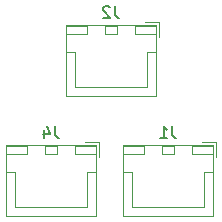
<source format=gbr>
%TF.GenerationSoftware,KiCad,Pcbnew,(5.1.10)-1*%
%TF.CreationDate,2021-10-08T12:17:51+09:00*%
%TF.ProjectId,XH_Board,58485f42-6f61-4726-942e-6b696361645f,rev?*%
%TF.SameCoordinates,Original*%
%TF.FileFunction,Legend,Bot*%
%TF.FilePolarity,Positive*%
%FSLAX46Y46*%
G04 Gerber Fmt 4.6, Leading zero omitted, Abs format (unit mm)*
G04 Created by KiCad (PCBNEW (5.1.10)-1) date 2021-10-08 12:17:51*
%MOMM*%
%LPD*%
G01*
G04 APERTURE LIST*
%ADD10C,0.120000*%
%ADD11C,0.150000*%
G04 APERTURE END LIST*
D10*
%TO.C,J4*%
X129850000Y-103422000D02*
X129850000Y-104672000D01*
X128600000Y-103422000D02*
X129850000Y-103422000D01*
X122700000Y-108922000D02*
X125750000Y-108922000D01*
X122700000Y-105972000D02*
X122700000Y-108922000D01*
X121950000Y-105972000D02*
X122700000Y-105972000D01*
X128800000Y-108922000D02*
X125750000Y-108922000D01*
X128800000Y-105972000D02*
X128800000Y-108922000D01*
X129550000Y-105972000D02*
X128800000Y-105972000D01*
X121950000Y-103722000D02*
X123750000Y-103722000D01*
X121950000Y-104472000D02*
X121950000Y-103722000D01*
X123750000Y-104472000D02*
X121950000Y-104472000D01*
X123750000Y-103722000D02*
X123750000Y-104472000D01*
X127750000Y-103722000D02*
X129550000Y-103722000D01*
X127750000Y-104472000D02*
X127750000Y-103722000D01*
X129550000Y-104472000D02*
X127750000Y-104472000D01*
X129550000Y-103722000D02*
X129550000Y-104472000D01*
X125250000Y-103722000D02*
X126250000Y-103722000D01*
X125250000Y-104472000D02*
X125250000Y-103722000D01*
X126250000Y-104472000D02*
X125250000Y-104472000D01*
X126250000Y-103722000D02*
X126250000Y-104472000D01*
X121940000Y-103712000D02*
X129560000Y-103712000D01*
X121940000Y-109682000D02*
X121940000Y-103712000D01*
X129560000Y-109682000D02*
X121940000Y-109682000D01*
X129560000Y-103712000D02*
X129560000Y-109682000D01*
%TO.C,J2*%
X134930000Y-93262000D02*
X134930000Y-94512000D01*
X133680000Y-93262000D02*
X134930000Y-93262000D01*
X127780000Y-98762000D02*
X130830000Y-98762000D01*
X127780000Y-95812000D02*
X127780000Y-98762000D01*
X127030000Y-95812000D02*
X127780000Y-95812000D01*
X133880000Y-98762000D02*
X130830000Y-98762000D01*
X133880000Y-95812000D02*
X133880000Y-98762000D01*
X134630000Y-95812000D02*
X133880000Y-95812000D01*
X127030000Y-93562000D02*
X128830000Y-93562000D01*
X127030000Y-94312000D02*
X127030000Y-93562000D01*
X128830000Y-94312000D02*
X127030000Y-94312000D01*
X128830000Y-93562000D02*
X128830000Y-94312000D01*
X132830000Y-93562000D02*
X134630000Y-93562000D01*
X132830000Y-94312000D02*
X132830000Y-93562000D01*
X134630000Y-94312000D02*
X132830000Y-94312000D01*
X134630000Y-93562000D02*
X134630000Y-94312000D01*
X130330000Y-93562000D02*
X131330000Y-93562000D01*
X130330000Y-94312000D02*
X130330000Y-93562000D01*
X131330000Y-94312000D02*
X130330000Y-94312000D01*
X131330000Y-93562000D02*
X131330000Y-94312000D01*
X127020000Y-93552000D02*
X134640000Y-93552000D01*
X127020000Y-99522000D02*
X127020000Y-93552000D01*
X134640000Y-99522000D02*
X127020000Y-99522000D01*
X134640000Y-93552000D02*
X134640000Y-99522000D01*
%TO.C,J1*%
X139756000Y-103422000D02*
X139756000Y-104672000D01*
X138506000Y-103422000D02*
X139756000Y-103422000D01*
X132606000Y-108922000D02*
X135656000Y-108922000D01*
X132606000Y-105972000D02*
X132606000Y-108922000D01*
X131856000Y-105972000D02*
X132606000Y-105972000D01*
X138706000Y-108922000D02*
X135656000Y-108922000D01*
X138706000Y-105972000D02*
X138706000Y-108922000D01*
X139456000Y-105972000D02*
X138706000Y-105972000D01*
X131856000Y-103722000D02*
X133656000Y-103722000D01*
X131856000Y-104472000D02*
X131856000Y-103722000D01*
X133656000Y-104472000D02*
X131856000Y-104472000D01*
X133656000Y-103722000D02*
X133656000Y-104472000D01*
X137656000Y-103722000D02*
X139456000Y-103722000D01*
X137656000Y-104472000D02*
X137656000Y-103722000D01*
X139456000Y-104472000D02*
X137656000Y-104472000D01*
X139456000Y-103722000D02*
X139456000Y-104472000D01*
X135156000Y-103722000D02*
X136156000Y-103722000D01*
X135156000Y-104472000D02*
X135156000Y-103722000D01*
X136156000Y-104472000D02*
X135156000Y-104472000D01*
X136156000Y-103722000D02*
X136156000Y-104472000D01*
X131846000Y-103712000D02*
X139466000Y-103712000D01*
X131846000Y-109682000D02*
X131846000Y-103712000D01*
X139466000Y-109682000D02*
X131846000Y-109682000D01*
X139466000Y-103712000D02*
X139466000Y-109682000D01*
%TO.C,J4*%
D11*
X126083333Y-102074380D02*
X126083333Y-102788666D01*
X126130952Y-102931523D01*
X126226190Y-103026761D01*
X126369047Y-103074380D01*
X126464285Y-103074380D01*
X125178571Y-102407714D02*
X125178571Y-103074380D01*
X125416666Y-102026761D02*
X125654761Y-102741047D01*
X125035714Y-102741047D01*
%TO.C,J2*%
X131163333Y-91914380D02*
X131163333Y-92628666D01*
X131210952Y-92771523D01*
X131306190Y-92866761D01*
X131449047Y-92914380D01*
X131544285Y-92914380D01*
X130734761Y-92009619D02*
X130687142Y-91962000D01*
X130591904Y-91914380D01*
X130353809Y-91914380D01*
X130258571Y-91962000D01*
X130210952Y-92009619D01*
X130163333Y-92104857D01*
X130163333Y-92200095D01*
X130210952Y-92342952D01*
X130782380Y-92914380D01*
X130163333Y-92914380D01*
%TO.C,J1*%
X135989333Y-102074380D02*
X135989333Y-102788666D01*
X136036952Y-102931523D01*
X136132190Y-103026761D01*
X136275047Y-103074380D01*
X136370285Y-103074380D01*
X134989333Y-103074380D02*
X135560761Y-103074380D01*
X135275047Y-103074380D02*
X135275047Y-102074380D01*
X135370285Y-102217238D01*
X135465523Y-102312476D01*
X135560761Y-102360095D01*
%TD*%
M02*

</source>
